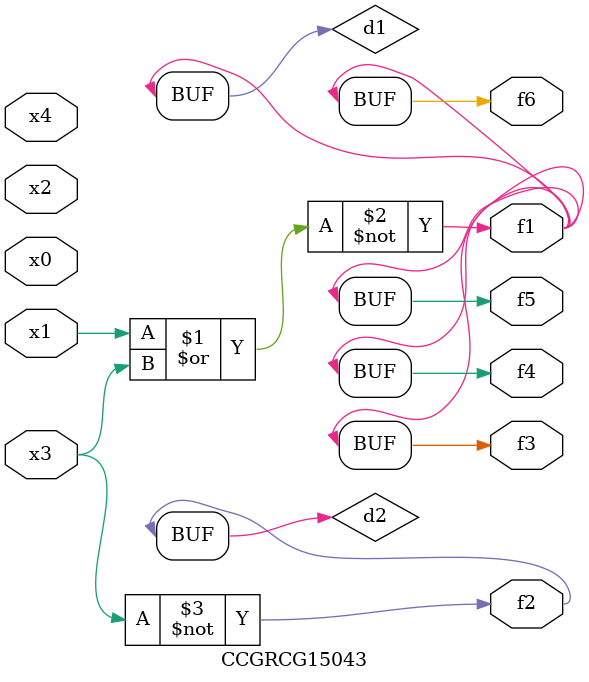
<source format=v>
module CCGRCG15043(
	input x0, x1, x2, x3, x4,
	output f1, f2, f3, f4, f5, f6
);

	wire d1, d2;

	nor (d1, x1, x3);
	not (d2, x3);
	assign f1 = d1;
	assign f2 = d2;
	assign f3 = d1;
	assign f4 = d1;
	assign f5 = d1;
	assign f6 = d1;
endmodule

</source>
